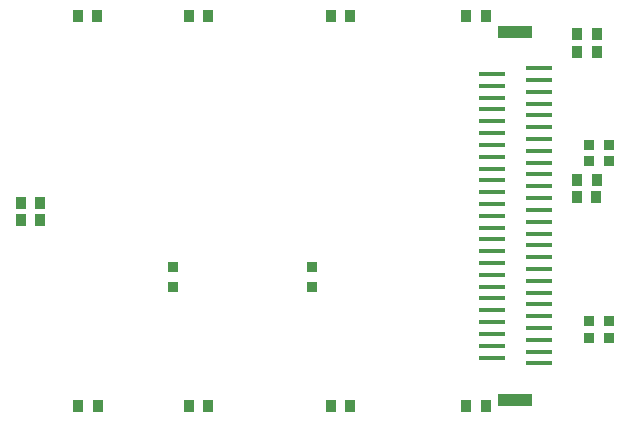
<source format=gbp>
%FSLAX44Y44*%
%MOMM*%
G71*
G01*
G75*
G04 Layer_Color=128*
%ADD10O,2.0320X0.6096*%
%ADD11C,0.2000*%
%ADD12C,0.2032*%
%ADD13C,0.8000*%
%ADD14C,1.0000*%
%ADD15C,3.6000*%
%ADD16C,0.4000*%
%ADD17C,1.2000*%
%ADD18C,1.0160*%
%ADD19C,1.1000*%
%ADD20C,1.4000*%
%ADD21C,1.5000*%
%ADD22R,0.9398X1.0160*%
%ADD23R,0.9400X1.0160*%
%ADD24R,2.2000X0.3600*%
%ADD25R,3.0000X1.0000*%
%ADD26R,0.9652X0.8890*%
%ADD27R,0.8890X0.9652*%
%ADD28C,0.4000*%
%ADD29C,0.1500*%
%ADD30C,0.2540*%
%ADD31C,0.3000*%
%ADD32O,2.2352X0.8128*%
%ADD33C,3.8032*%
%ADD34C,0.6032*%
%ADD35C,1.4032*%
%ADD36R,1.1430X1.2192*%
%ADD37R,1.1432X1.2192*%
%ADD38R,2.4032X0.5632*%
%ADD39R,3.2032X1.2032*%
%ADD40R,1.1684X1.0922*%
%ADD41R,1.0922X1.1684*%
D22*
X-61505Y44000D02*
D03*
X-176505D02*
D03*
X-296505D02*
D03*
X-373995D02*
D03*
X-61505Y-286000D02*
D03*
X-176505D02*
D03*
X-296505D02*
D03*
X-373495D02*
D03*
X-439005Y-114000D02*
D03*
Y-128500D02*
D03*
X49005Y28500D02*
D03*
Y13500D02*
D03*
X48505Y-109000D02*
D03*
X49005Y-94500D02*
D03*
D23*
X-45000Y44000D02*
D03*
X-160000D02*
D03*
X-280000D02*
D03*
X-390500D02*
D03*
X-45000Y-286000D02*
D03*
X-160000D02*
D03*
X-280000D02*
D03*
X-390000D02*
D03*
X-422500Y-114000D02*
D03*
Y-128500D02*
D03*
X32500Y28500D02*
D03*
Y13500D02*
D03*
X32000Y-109000D02*
D03*
X32500Y-94500D02*
D03*
D24*
X0Y-160000D02*
D03*
Y-170000D02*
D03*
Y-180000D02*
D03*
Y-190000D02*
D03*
Y-200000D02*
D03*
Y-150000D02*
D03*
Y-140000D02*
D03*
Y-130000D02*
D03*
Y-120000D02*
D03*
Y-110000D02*
D03*
Y-100000D02*
D03*
Y-90000D02*
D03*
Y-80000D02*
D03*
Y-70000D02*
D03*
Y-60000D02*
D03*
Y-50000D02*
D03*
Y-40000D02*
D03*
Y-30000D02*
D03*
Y-20000D02*
D03*
Y-10000D02*
D03*
Y0D02*
D03*
Y-210000D02*
D03*
Y-220000D02*
D03*
Y-230000D02*
D03*
Y-240000D02*
D03*
Y-250000D02*
D03*
X-40000Y-105000D02*
D03*
Y-115000D02*
D03*
Y-125000D02*
D03*
Y-135000D02*
D03*
Y-145000D02*
D03*
Y-155000D02*
D03*
Y-165000D02*
D03*
Y-175000D02*
D03*
Y-185000D02*
D03*
Y-195000D02*
D03*
Y-245000D02*
D03*
Y-235000D02*
D03*
Y-225000D02*
D03*
Y-215000D02*
D03*
Y-205000D02*
D03*
Y-95000D02*
D03*
Y-85000D02*
D03*
Y-75000D02*
D03*
Y-65000D02*
D03*
Y-55000D02*
D03*
Y-45000D02*
D03*
Y-35000D02*
D03*
Y-25000D02*
D03*
Y-15000D02*
D03*
Y-5000D02*
D03*
D25*
X-20000Y31000D02*
D03*
Y-281000D02*
D03*
D26*
X59010Y-65000D02*
D03*
X42500D02*
D03*
X59010Y-228500D02*
D03*
X42500D02*
D03*
X59010Y-79000D02*
D03*
X42500D02*
D03*
X59010Y-214500D02*
D03*
X42500D02*
D03*
D27*
X-192500Y-168490D02*
D03*
Y-185000D02*
D03*
X-310000Y-168490D02*
D03*
Y-185000D02*
D03*
M02*

</source>
